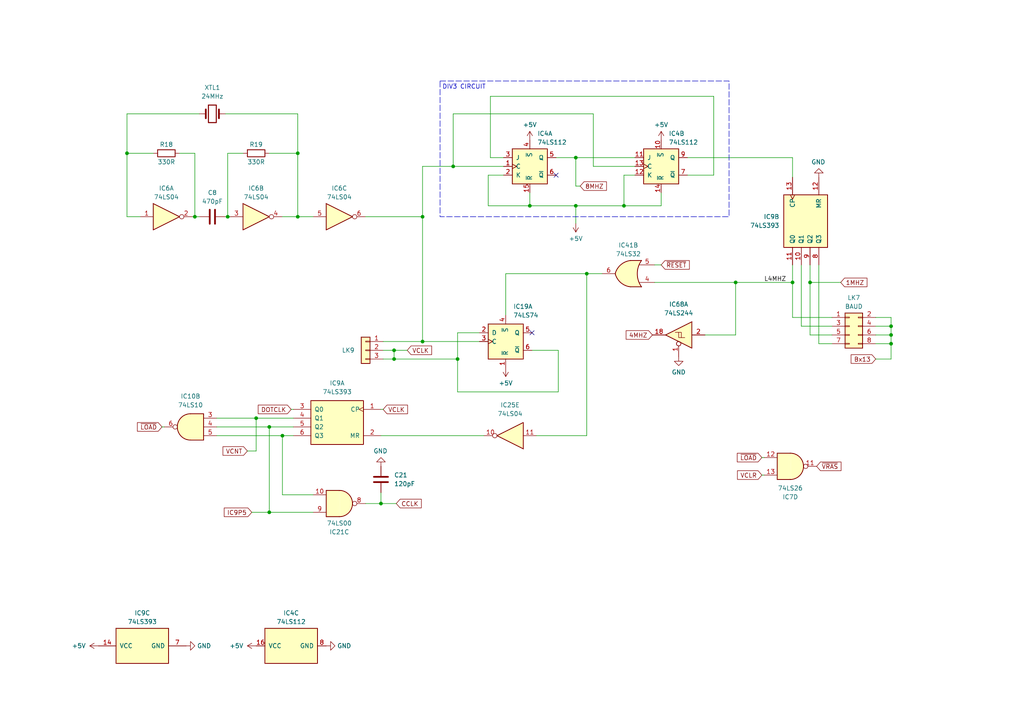
<source format=kicad_sch>
(kicad_sch (version 20230121) (generator eeschema)
  (paper "A4")
  (lib_symbols
    (symbol "74xx:74LS00" (pin_names (offset 1.016))
      (property "Reference" "U" (at 0 1.27 0))
      (property "Value" "74LS00" (at 0 -1.27 0))
      (symbol "74LS00_1_1"
        (pin input line (at -7.62 2.54 0) (length 3.81) (name "~") (number "1"))
        (pin input line (at -7.62 -2.54 0) (length 3.81) (name "~") (number "2"))
        (pin output inverted (at 7.62 0 180) (length 3.81) (name "~") (number "3"))
      )
      (symbol "74LS00_1_2"
        (pin input inverted (at -7.62 2.54 0) (length 4.318) (name "~") (number "1"))
        (pin input inverted (at -7.62 -2.54 0) (length 4.318) (name "~") (number "2"))
        (pin output line (at 7.62 0 180) (length 3.81) (name "~") (number "3"))
      )
      (symbol "74LS00_2_1"
        (pin input line (at -7.62 2.54 0) (length 3.81) (name "~") (number "4"))
        (pin input line (at -7.62 -2.54 0) (length 3.81) (name "~") (number "5"))
        (pin output inverted (at 7.62 0 180) (length 3.81) (name "~") (number "6"))
      )
      (symbol "74LS00_2_2"
        (pin input inverted (at -7.62 2.54 0) (length 4.318) (name "~") (number "4"))
        (pin input inverted (at -7.62 -2.54 0) (length 4.318) (name "~") (number "5"))
        (pin output line (at 7.62 0 180) (length 3.81) (name "~") (number "6"))
      )
      (symbol "74LS00_3_1"
        (pin input line (at -7.62 -2.54 0) (length 3.81) (name "~") (number "10"))
        (pin output inverted (at 7.62 0 180) (length 3.81) (name "~") (number "8"))
        (pin input line (at -7.62 2.54 0) (length 3.81) (name "~") (number "9"))
      )
      (symbol "74LS00_3_2"
        (pin input inverted (at -7.62 -2.54 0) (length 4.318) (name "~") (number "10"))
        (pin output line (at 7.62 0 180) (length 3.81) (name "~") (number "8"))
        (pin input inverted (at -7.62 2.54 0) (length 4.318) (name "~") (number "9"))
      )
      (symbol "74LS00_4_1"
        (pin output inverted (at 7.62 0 180) (length 3.81) (name "~") (number "11"))
        (pin input line (at -7.62 2.54 0) (length 3.81) (name "~") (number "12"))
        (pin input line (at -7.62 -2.54 0) (length 3.81) (name "~") (number "13"))
      )
      (symbol "74LS00_4_2"
        (pin output line (at 7.62 0 180) (length 3.81) (name "~") (number "11"))
        (pin input inverted (at -7.62 2.54 0) (length 4.318) (name "~") (number "12"))
        (pin input inverted (at -7.62 -2.54 0) (length 4.318) (name "~") (number "13"))
      )
      (symbol "74LS00_5_0"
        (pin power_in line (at 0 12.7 270) (length 5.08) (name "VCC") (number "14"))
        (pin power_in line (at 0 -12.7 90) (length 5.08) (name "GND") (number "7"))
      )
    )
    (symbol "74xx:74LS04"
      (property "Reference" "U" (at 0 1.27 0))
      (property "Value" "74LS04" (at 0 -1.27 0))
      (symbol "74LS04_1_0"
        (pin input line (at -7.62 0 0) (length 3.81) (name "~") (number "1"))
        (pin output inverted (at 7.62 0 180) (length 3.81) (name "~") (number "2"))
      )
      (symbol "74LS04_2_0"
        (pin input line (at -7.62 0 0) (length 3.81) (name "~") (number "3"))
        (pin output inverted (at 7.62 0 180) (length 3.81) (name "~") (number "4"))
      )
      (symbol "74LS04_3_0"
        (pin input line (at -7.62 0 0) (length 3.81) (name "~") (number "5"))
        (pin output inverted (at 7.62 0 180) (length 3.81) (name "~") (number "6"))
      )
      (symbol "74LS04_4_0"
        (pin output inverted (at 7.62 0 180) (length 3.81) (name "~") (number "8"))
        (pin input line (at -7.62 0 0) (length 3.81) (name "~") (number "9"))
      )
      (symbol "74LS04_5_0"
        (pin output inverted (at 7.62 0 180) (length 3.81) (name "~") (number "10"))
        (pin input line (at -7.62 0 0) (length 3.81) (name "~") (number "11"))
      )
      (symbol "74LS04_6_0"
        (pin output inverted (at 7.62 0 180) (length 3.81) (name "~") (number "12"))
        (pin input line (at -7.62 0 0) (length 3.81) (name "~") (number "13"))
      )
      (symbol "74LS04_7_0"
        (pin power_in line (at 0 12.7 270) (length 5.08) (name "VCC") (number "14"))
        (pin power_in line (at 0 -12.7 90) (length 5.08) (name "GND") (number "7"))
      )
    )
    (symbol "74xx:74LS10" (pin_names (offset 1.016))
      (property "Reference" "U" (at 0 1.27 0))
      (property "Value" "74LS10" (at 0 -1.27 0))
      (symbol "74LS10_1_1"
        (pin input line (at -7.62 2.54 0) (length 3.81) (name "~") (number "1"))
        (pin output inverted (at 7.62 0 180) (length 3.81) (name "~") (number "12"))
        (pin input line (at -7.62 -2.54 0) (length 3.81) (name "~") (number "13"))
        (pin input line (at -7.62 0 0) (length 3.81) (name "~") (number "2"))
      )
      (symbol "74LS10_1_2"
        (pin input inverted (at -7.62 2.54 0) (length 4.318) (name "~") (number "1"))
        (pin output line (at 7.62 0 180) (length 3.81) (name "~") (number "12"))
        (pin input inverted (at -7.62 -2.54 0) (length 4.318) (name "~") (number "13"))
        (pin input inverted (at -7.62 0 0) (length 4.953) (name "~") (number "2"))
      )
      (symbol "74LS10_2_1"
        (pin input line (at -7.62 2.54 0) (length 3.81) (name "~") (number "3"))
        (pin input line (at -7.62 0 0) (length 3.81) (name "~") (number "4"))
        (pin input line (at -7.62 -2.54 0) (length 3.81) (name "~") (number "5"))
        (pin output inverted (at 7.62 0 180) (length 3.81) (name "~") (number "6"))
      )
      (symbol "74LS10_2_2"
        (pin input inverted (at -7.62 2.54 0) (length 4.318) (name "~") (number "3"))
        (pin input inverted (at -7.62 0 0) (length 4.953) (name "~") (number "4"))
        (pin input inverted (at -7.62 -2.54 0) (length 4.318) (name "~") (number "5"))
        (pin output line (at 7.62 0 180) (length 3.81) (name "~") (number "6"))
      )
      (symbol "74LS10_3_1"
        (pin input line (at -7.62 0 0) (length 3.81) (name "~") (number "10"))
        (pin input line (at -7.62 -2.54 0) (length 3.81) (name "~") (number "11"))
        (pin output inverted (at 7.62 0 180) (length 3.81) (name "~") (number "8"))
        (pin input line (at -7.62 2.54 0) (length 3.81) (name "~") (number "9"))
      )
      (symbol "74LS10_3_2"
        (pin input inverted (at -7.62 0 0) (length 4.953) (name "~") (number "10"))
        (pin input inverted (at -7.62 -2.54 0) (length 4.318) (name "~") (number "11"))
        (pin output line (at 7.62 0 180) (length 3.81) (name "~") (number "8"))
        (pin input inverted (at -7.62 2.54 0) (length 4.318) (name "~") (number "9"))
      )
      (symbol "74LS10_4_0"
        (pin power_in line (at 0 12.7 270) (length 5.08) (name "VCC") (number "14"))
        (pin power_in line (at 0 -12.7 90) (length 5.08) (name "GND") (number "7"))
      )
    )
    (symbol "74xx:74LS112" (pin_names (offset 1.016))
      (property "Reference" "U" (at -7.62 8.89 0))
      (property "Value" "74LS112" (at -7.62 -8.89 0))
      (symbol "74LS112_1_0"
        (pin input clock (at -7.62 0 0) (length 2.54) (name "C") (number "1"))
        (pin input line (at 0 -7.62 90) (length 2.54) (name "~{R}") (number "15"))
        (pin input line (at -7.62 -2.54 0) (length 2.54) (name "K") (number "2"))
        (pin input line (at -7.62 2.54 0) (length 2.54) (name "J") (number "3"))
        (pin input line (at 0 7.62 270) (length 2.54) (name "~{S}") (number "4"))
        (pin output line (at 7.62 2.54 180) (length 2.54) (name "Q") (number "5"))
        (pin output line (at 7.62 -2.54 180) (length 2.54) (name "~{Q}") (number "6"))
      )
      (symbol "74LS112_2_0"
        (pin input line (at 0 7.62 270) (length 2.54) (name "~{S}") (number "10"))
        (pin input line (at -7.62 2.54 0) (length 2.54) (name "J") (number "11"))
        (pin input line (at -7.62 -2.54 0) (length 2.54) (name "K") (number "12"))
        (pin input clock (at -7.62 0 0) (length 2.54) (name "C") (number "13"))
        (pin input line (at 0 -7.62 90) (length 2.54) (name "~{R}") (number "14"))
        (pin output line (at 7.62 -2.54 180) (length 2.54) (name "~{Q}") (number "7"))
        (pin output line (at 7.62 2.54 180) (length 2.54) (name "Q") (number "9"))
      )
      (symbol "74LS112_3_0"
        (pin power_in line (at 0 10.16 270) (length 2.54) (name "VCC") (number "16"))
        (pin power_in line (at 0 -10.16 90) (length 2.54) (name "GND") (number "8"))
      )
    )
    (symbol "74xx:74LS244_Split"
      (property "Reference" "U" (at 0 1.27 0))
      (property "Value" "74LS244_Split" (at 0 -1.27 0))
      (symbol "74LS244_Split_1_0"
        (pin input inverted (at 0 -6.35 90) (length 4.445) (name "~") (number "1"))
        (pin tri_state line (at 7.62 0 180) (length 3.81) (name "~") (number "18"))
        (pin input line (at -7.62 0 0) (length 3.81) (name "~") (number "2"))
      )
      (symbol "74LS244_Split_2_0"
        (pin tri_state line (at 7.62 0 180) (length 3.81) (name "~") (number "16"))
        (pin input line (at -7.62 0 0) (length 3.81) (name "~") (number "4"))
      )
      (symbol "74LS244_Split_3_0"
        (pin tri_state line (at 7.62 0 180) (length 3.81) (name "~") (number "14"))
        (pin input line (at -7.62 0 0) (length 3.81) (name "~") (number "6"))
      )
      (symbol "74LS244_Split_4_0"
        (pin tri_state line (at 7.62 0 180) (length 3.81) (name "~") (number "12"))
        (pin input line (at -7.62 0 0) (length 3.81) (name "~") (number "8"))
      )
      (symbol "74LS244_Split_5_0"
        (pin input line (at -7.62 0 0) (length 3.81) (name "~") (number "11"))
        (pin input inverted (at 0 -6.35 90) (length 4.445) (name "~") (number "19"))
        (pin tri_state line (at 7.62 0 180) (length 3.81) (name "~") (number "9"))
      )
      (symbol "74LS244_Split_6_0"
        (pin input line (at -7.62 0 0) (length 3.81) (name "~") (number "13"))
        (pin tri_state line (at 7.62 0 180) (length 3.81) (name "~") (number "7"))
      )
      (symbol "74LS244_Split_7_0"
        (pin input line (at -7.62 0 0) (length 3.81) (name "~") (number "15"))
        (pin tri_state line (at 7.62 0 180) (length 3.81) (name "~") (number "5"))
      )
      (symbol "74LS244_Split_8_0"
        (pin input line (at -7.62 0 0) (length 3.81) (name "~") (number "17"))
        (pin tri_state line (at 7.62 0 180) (length 3.81) (name "~") (number "3"))
      )
      (symbol "74LS244_Split_9_0"
        (pin power_in line (at 0 -12.7 90) (length 5.08) (name "GND") (number "10"))
        (pin power_in line (at 0 12.7 270) (length 5.08) (name "VCC") (number "20"))
      )
    )
    (symbol "74xx:74LS26" (pin_names (offset 1.016))
      (property "Reference" "U" (at 0 1.27 0))
      (property "Value" "74LS26" (at 0 -1.27 0))
      (symbol "74LS26_1_1"
        (pin input line (at -7.62 2.54 0) (length 3.81) (name "~") (number "1"))
        (pin input line (at -7.62 -2.54 0) (length 3.81) (name "~") (number "2"))
        (pin open_collector inverted (at 7.62 0 180) (length 3.81) (name "~") (number "3"))
      )
      (symbol "74LS26_1_2"
        (pin input inverted (at -7.62 2.54 0) (length 4.318) (name "~") (number "1"))
        (pin input inverted (at -7.62 -2.54 0) (length 4.318) (name "~") (number "2"))
        (pin open_collector line (at 7.62 0 180) (length 3.81) (name "~") (number "3"))
      )
      (symbol "74LS26_2_1"
        (pin input line (at -7.62 2.54 0) (length 3.81) (name "~") (number "4"))
        (pin input line (at -7.62 -2.54 0) (length 3.81) (name "~") (number "5"))
        (pin open_collector inverted (at 7.62 0 180) (length 3.81) (name "~") (number "6"))
      )
      (symbol "74LS26_2_2"
        (pin input inverted (at -7.62 2.54 0) (length 4.318) (name "~") (number "4"))
        (pin input inverted (at -7.62 -2.54 0) (length 4.318) (name "~") (number "5"))
        (pin open_collector line (at 7.62 0 180) (length 3.81) (name "~") (number "6"))
      )
      (symbol "74LS26_3_1"
        (pin input line (at -7.62 -2.54 0) (length 3.81) (name "~") (number "10"))
        (pin open_collector inverted (at 7.62 0 180) (length 3.81) (name "~") (number "8"))
        (pin input line (at -7.62 2.54 0) (length 3.81) (name "~") (number "9"))
      )
      (symbol "74LS26_3_2"
        (pin input inverted (at -7.62 -2.54 0) (length 4.318) (name "~") (number "10"))
        (pin open_collector line (at 7.62 0 180) (length 3.81) (name "~") (number "8"))
        (pin input inverted (at -7.62 2.54 0) (length 4.318) (name "~") (number "9"))
      )
      (symbol "74LS26_4_1"
        (pin open_collector inverted (at 7.62 0 180) (length 3.81) (name "~") (number "11"))
        (pin input line (at -7.62 2.54 0) (length 3.81) (name "~") (number "12"))
        (pin input line (at -7.62 -2.54 0) (length 3.81) (name "~") (number "13"))
      )
      (symbol "74LS26_4_2"
        (pin open_collector line (at 7.62 0 180) (length 3.81) (name "~") (number "11"))
        (pin input inverted (at -7.62 2.54 0) (length 4.318) (name "~") (number "12"))
        (pin input inverted (at -7.62 -2.54 0) (length 4.318) (name "~") (number "13"))
      )
      (symbol "74LS26_5_0"
        (pin power_in line (at 0 12.7 270) (length 5.08) (name "VCC") (number "14"))
        (pin power_in line (at 0 -12.7 90) (length 5.08) (name "GND") (number "7"))
      )
    )
    (symbol "74xx:74LS32" (pin_names (offset 1.016))
      (property "Reference" "U" (at 0 1.27 0))
      (property "Value" "74LS32" (at 0 -1.27 0))
      (symbol "74LS32_1_1"
        (pin input line (at -7.62 2.54 0) (length 4.318) (name "~") (number "1"))
        (pin input line (at -7.62 -2.54 0) (length 4.318) (name "~") (number "2"))
        (pin output line (at 7.62 0 180) (length 3.81) (name "~") (number "3"))
      )
      (symbol "74LS32_1_2"
        (pin input inverted (at -7.62 2.54 0) (length 3.81) (name "~") (number "1"))
        (pin input inverted (at -7.62 -2.54 0) (length 3.81) (name "~") (number "2"))
        (pin output inverted (at 7.62 0 180) (length 3.81) (name "~") (number "3"))
      )
      (symbol "74LS32_2_1"
        (pin input line (at -7.62 2.54 0) (length 4.318) (name "~") (number "4"))
        (pin input line (at -7.62 -2.54 0) (length 4.318) (name "~") (number "5"))
        (pin output line (at 7.62 0 180) (length 3.81) (name "~") (number "6"))
      )
      (symbol "74LS32_2_2"
        (pin input inverted (at -7.62 2.54 0) (length 3.81) (name "~") (number "4"))
        (pin input inverted (at -7.62 -2.54 0) (length 3.81) (name "~") (number "5"))
        (pin output inverted (at 7.62 0 180) (length 3.81) (name "~") (number "6"))
      )
      (symbol "74LS32_3_1"
        (pin input line (at -7.62 -2.54 0) (length 4.318) (name "~") (number "10"))
        (pin output line (at 7.62 0 180) (length 3.81) (name "~") (number "8"))
        (pin input line (at -7.62 2.54 0) (length 4.318) (name "~") (number "9"))
      )
      (symbol "74LS32_3_2"
        (pin input inverted (at -7.62 -2.54 0) (length 3.81) (name "~") (number "10"))
        (pin output inverted (at 7.62 0 180) (length 3.81) (name "~") (number "8"))
        (pin input inverted (at -7.62 2.54 0) (length 3.81) (name "~") (number "9"))
      )
      (symbol "74LS32_4_1"
        (pin output line (at 7.62 0 180) (length 3.81) (name "~") (number "11"))
        (pin input line (at -7.62 2.54 0) (length 4.318) (name "~") (number "12"))
        (pin input line (at -7.62 -2.54 0) (length 4.318) (name "~") (number "13"))
      )
      (symbol "74LS32_4_2"
        (pin output inverted (at 7.62 0 180) (length 3.81) (name "~") (number "11"))
        (pin input inverted (at -7.62 2.54 0) (length 3.81) (name "~") (number "12"))
        (pin input inverted (at -7.62 -2.54 0) (length 3.81) (name "~") (number "13"))
      )
      (symbol "74LS32_5_0"
        (pin power_in line (at 0 12.7 270) (length 5.08) (name "VCC") (number "14"))
        (pin power_in line (at 0 -12.7 90) (length 5.08) (name "GND") (number "7"))
      )
    )
    (symbol "74xx:74LS393" (pin_names (offset 1.016))
      (property "Reference" "U" (at -7.62 8.89 0))
      (property "Value" "74LS393" (at -7.62 -8.89 0))
      (symbol "74LS393_1_0"
        (pin input clock (at -12.7 2.54 0) (length 5.08) (name "CP") (number "1"))
        (pin input line (at -12.7 -5.08 0) (length 5.08) (name "MR") (number "2"))
        (pin output line (at 12.7 2.54 180) (length 5.08) (name "Q0") (number "3"))
        (pin output line (at 12.7 0 180) (length 5.08) (name "Q1") (number "4"))
        (pin output line (at 12.7 -2.54 180) (length 5.08) (name "Q2") (number "5"))
        (pin output line (at 12.7 -5.08 180) (length 5.08) (name "Q3") (number "6"))
      )
      (symbol "74LS393_2_0"
        (pin output line (at 12.7 0 180) (length 5.08) (name "Q1") (number "10"))
        (pin output line (at 12.7 2.54 180) (length 5.08) (name "Q0") (number "11"))
        (pin input line (at -12.7 -5.08 0) (length 5.08) (name "MR") (number "12"))
        (pin input clock (at -12.7 2.54 0) (length 5.08) (name "CP") (number "13"))
        (pin output line (at 12.7 -5.08 180) (length 5.08) (name "Q3") (number "8"))
        (pin output line (at 12.7 -2.54 180) (length 5.08) (name "Q2") (number "9"))
      )
      (symbol "74LS393_3_0"
        (pin power_in line (at 0 12.7 270) (length 5.08) (name "VCC") (number "14"))
        (pin power_in line (at 0 -12.7 90) (length 5.08) (name "GND") (number "7"))
      )
    )
    (symbol "74xx:74LS74" (pin_names (offset 1.016))
      (property "Reference" "U" (at -7.62 8.89 0))
      (property "Value" "74LS74" (at -7.62 -8.89 0))
      (symbol "74LS74_1_0"
        (pin input line (at 0 -7.62 90) (length 2.54) (name "~{R}") (number "1"))
        (pin input line (at -7.62 2.54 0) (length 2.54) (name "D") (number "2"))
        (pin input clock (at -7.62 0 0) (length 2.54) (name "C") (number "3"))
        (pin input line (at 0 7.62 270) (length 2.54) (name "~{S}") (number "4"))
        (pin output line (at 7.62 2.54 180) (length 2.54) (name "Q") (number "5"))
        (pin output line (at 7.62 -2.54 180) (length 2.54) (name "~{Q}") (number "6"))
      )
      (symbol "74LS74_2_0"
        (pin input line (at 0 7.62 270) (length 2.54) (name "~{S}") (number "10"))
        (pin input clock (at -7.62 0 0) (length 2.54) (name "C") (number "11"))
        (pin input line (at -7.62 2.54 0) (length 2.54) (name "D") (number "12"))
        (pin input line (at 0 -7.62 90) (length 2.54) (name "~{R}") (number "13"))
        (pin output line (at 7.62 -2.54 180) (length 2.54) (name "~{Q}") (number "8"))
        (pin output line (at 7.62 2.54 180) (length 2.54) (name "Q") (number "9"))
      )
      (symbol "74LS74_3_0"
        (pin power_in line (at 0 10.16 270) (length 2.54) (name "VCC") (number "14"))
        (pin power_in line (at 0 -10.16 90) (length 2.54) (name "GND") (number "7"))
      )
    )
    (symbol "Connector_Generic:Conn_01x03" (pin_names (offset 1.016) hide)
      (property "Reference" "J" (at 0 5.08 0))
      (property "Value" "Conn_01x03" (at 0 -5.08 0))
      (symbol "Conn_01x03_1_1"
        (pin passive line (at -5.08 2.54 0) (length 3.81) (name "Pin_1") (number "1"))
        (pin passive line (at -5.08 0 0) (length 3.81) (name "Pin_2") (number "2"))
        (pin passive line (at -5.08 -2.54 0) (length 3.81) (name "Pin_3") (number "3"))
      )
    )
    (symbol "Connector_Generic:Conn_02x04_Odd_Even" (pin_names (offset 1.016) hide)
      (property "Reference" "J" (at 1.27 5.08 0))
      (property "Value" "Conn_02x04_Odd_Even" (at 1.27 -7.62 0))
      (symbol "Conn_02x04_Odd_Even_1_1"
        (pin passive line (at -5.08 2.54 0) (length 3.81) (name "Pin_1") (number "1"))
        (pin passive line (at 7.62 2.54 180) (length 3.81) (name "Pin_2") (number "2"))
        (pin passive line (at -5.08 0 0) (length 3.81) (name "Pin_3") (number "3"))
        (pin passive line (at 7.62 0 180) (length 3.81) (name "Pin_4") (number "4"))
        (pin passive line (at -5.08 -2.54 0) (length 3.81) (name "Pin_5") (number "5"))
        (pin passive line (at 7.62 -2.54 180) (length 3.81) (name "Pin_6") (number "6"))
        (pin passive line (at -5.08 -5.08 0) (length 3.81) (name "Pin_7") (number "7"))
        (pin passive line (at 7.62 -5.08 180) (length 3.81) (name "Pin_8") (number "8"))
      )
    )
    (symbol "Device:C" (pin_numbers hide) (pin_names (offset 0.254))
      (property "Reference" "C" (at 0.635 2.54 0))
      (property "Value" "C" (at 0.635 -2.54 0))
      (symbol "C_1_1"
        (pin passive line (at 0 3.81 270) (length 2.794) (name "~") (number "1"))
        (pin passive line (at 0 -3.81 90) (length 2.794) (name "~") (number "2"))
      )
    )
    (symbol "Device:Crystal" (pin_numbers hide) (pin_names (offset 1.016) hide)
      (property "Reference" "Y" (at 0 3.81 0))
      (property "Value" "Crystal" (at 0 -3.81 0))
      (symbol "Crystal_1_1"
        (pin passive line (at -3.81 0 0) (length 1.27) (name "1") (number "1"))
        (pin passive line (at 3.81 0 180) (length 1.27) (name "2") (number "2"))
      )
    )
    (symbol "Device:R" (pin_numbers hide) (pin_names (offset 0))
      (property "Reference" "R" (at 2.032 0 90))
      (property "Value" "R" (at 0 0 90))
      (symbol "R_1_1"
        (pin passive line (at 0 3.81 270) (length 1.27) (name "~") (number "1"))
        (pin passive line (at 0 -3.81 90) (length 1.27) (name "~") (number "2"))
      )
    )
    (symbol "power:+5V" (power) (pin_names (offset 0))
      (property "Value" "+5V" (at 0 3.556 0))
      (symbol "+5V_1_1"
        (pin power_in line (at 0 0 90) (length 0) hide (name "+5V") (number "1"))
      )
    )
    (symbol "power:GND" (power) (pin_names (offset 0))
      (property "Value" "GND" (at 0 -3.81 0))
      (symbol "GND_1_1"
        (pin power_in line (at 0 0 270) (length 0) hide (name "GND") (number "1"))
      )
    )
  )
  (junction (at 229.87 81.915))
  (junction (at 110.49 146.05))
  (junction (at 213.36 81.915))
  (junction (at 167.005 59.69))
  (junction (at 114.3 101.6))
  (junction (at 180.975 59.69))
  (junction (at 78.105 148.59))
  (junction (at 167.005 45.72))
  (junction (at 132.715 104.14))
  (junction (at 114.3 104.14))
  (junction (at 66.04 62.865))
  (junction (at 258.445 94.615))
  (junction (at 234.95 81.915))
  (junction (at 170.18 79.375))
  (junction (at 122.555 62.865))
  (junction (at 36.83 44.45))
  (junction (at 81.915 126.365))
  (junction (at 258.445 97.155))
  (junction (at 78.105 123.825))
  (junction (at 74.295 121.285))
  (junction (at 131.445 48.26))
  (junction (at 258.445 99.695))
  (junction (at 122.555 99.06))
  (junction (at 153.67 59.69))
  (junction (at 86.36 44.45))
  (junction (at 86.36 62.865))
  (junction (at 56.515 62.865))
  (no_connect (at 154.305 96.52))
  (no_connect (at 161.29 50.8))
  (wire (pts (xy 167.005 45.72) (xy 184.15 45.72)))
  (wire (pts (xy 78.105 123.825) (xy 85.09 123.825)))
  (wire (pts (xy 141.605 59.69) (xy 153.67 59.69)))
  (wire (pts (xy 213.36 97.155) (xy 213.36 81.915)))
  (wire (pts (xy 142.24 27.94) (xy 207.01 27.94)))
  (wire (pts (xy 52.07 44.45) (xy 56.515 44.45)))
  (wire (pts (xy 254 97.155) (xy 258.445 97.155)))
  (wire (pts (xy 237.49 76.835) (xy 237.49 99.695)))
  (wire (pts (xy 132.715 96.52) (xy 139.065 96.52)))
  (wire (pts (xy 146.05 48.26) (xy 131.445 48.26)))
  (wire (pts (xy 114.3 101.6) (xy 118.11 101.6)))
  (wire (pts (xy 90.805 62.865) (xy 86.36 62.865)))
  (wire (pts (xy 229.87 81.915) (xy 229.87 92.075)))
  (wire (pts (xy 172.085 33.02) (xy 172.085 48.26)))
  (wire (pts (xy 78.105 148.59) (xy 78.105 123.825)))
  (wire (pts (xy 234.95 81.915) (xy 234.95 97.155)))
  (wire (pts (xy 56.515 44.45) (xy 56.515 62.865)))
  (wire (pts (xy 229.87 45.72) (xy 229.87 51.435)))
  (wire (pts (xy 131.445 48.26) (xy 131.445 33.02)))
  (wire (pts (xy 71.755 130.81) (xy 74.295 130.81)))
  (wire (pts (xy 167.005 59.69) (xy 167.005 64.77)))
  (wire (pts (xy 237.49 99.695) (xy 241.3 99.695)))
  (wire (pts (xy 122.555 99.06) (xy 111.125 99.06)))
  (wire (pts (xy 70.485 44.45) (xy 66.04 44.45)))
  (wire (pts (xy 170.18 79.375) (xy 174.625 79.375)))
  (wire (pts (xy 62.865 126.365) (xy 81.915 126.365)))
  (wire (pts (xy 78.105 44.45) (xy 86.36 44.45)))
  (wire (pts (xy 122.555 62.865) (xy 106.045 62.865)))
  (wire (pts (xy 155.575 126.365) (xy 170.18 126.365)))
  (wire (pts (xy 153.67 55.88) (xy 153.67 59.69)))
  (wire (pts (xy 180.975 50.8) (xy 180.975 59.69)))
  (wire (pts (xy 254 94.615) (xy 258.445 94.615)))
  (wire (pts (xy 141.605 50.8) (xy 141.605 59.69)))
  (wire (pts (xy 110.49 126.365) (xy 140.335 126.365)))
  (wire (pts (xy 234.95 76.835) (xy 234.95 81.915)))
  (wire (pts (xy 161.925 113.665) (xy 161.925 101.6)))
  (wire (pts (xy 132.715 96.52) (xy 132.715 104.14)))
  (wire (pts (xy 161.29 45.72) (xy 167.005 45.72)))
  (wire (pts (xy 86.36 33.02) (xy 65.405 33.02)))
  (wire (pts (xy 161.925 101.6) (xy 154.305 101.6)))
  (wire (pts (xy 232.41 76.835) (xy 232.41 94.615)))
  (wire (pts (xy 36.83 44.45) (xy 36.83 33.02)))
  (wire (pts (xy 229.87 92.075) (xy 241.3 92.075)))
  (wire (pts (xy 172.085 48.26) (xy 184.15 48.26)))
  (wire (pts (xy 189.865 76.835) (xy 191.77 76.835)))
  (wire (pts (xy 168.275 53.975) (xy 167.005 53.975)))
  (wire (pts (xy 142.24 45.72) (xy 142.24 27.94)))
  (wire (pts (xy 84.455 118.745) (xy 85.09 118.745)))
  (wire (pts (xy 122.555 62.865) (xy 122.555 99.06)))
  (wire (pts (xy 258.445 92.075) (xy 258.445 94.615)))
  (wire (pts (xy 36.83 33.02) (xy 57.785 33.02)))
  (wire (pts (xy 81.915 143.51) (xy 81.915 126.365)))
  (wire (pts (xy 254 92.075) (xy 258.445 92.075)))
  (wire (pts (xy 86.36 62.865) (xy 86.36 44.45)))
  (wire (pts (xy 229.87 81.915) (xy 213.36 81.915)))
  (wire (pts (xy 110.49 146.05) (xy 106.045 146.05)))
  (wire (pts (xy 111.125 118.745) (xy 110.49 118.745)))
  (wire (pts (xy 153.67 59.69) (xy 167.005 59.69)))
  (wire (pts (xy 254 104.14) (xy 258.445 104.14)))
  (wire (pts (xy 111.125 101.6) (xy 114.3 101.6)))
  (wire (pts (xy 191.77 59.69) (xy 191.77 55.88)))
  (wire (pts (xy 122.555 48.26) (xy 122.555 62.865)))
  (wire (pts (xy 86.36 44.45) (xy 86.36 33.02)))
  (wire (pts (xy 220.98 132.715) (xy 221.615 132.715)))
  (wire (pts (xy 229.87 76.835) (xy 229.87 81.915)))
  (wire (pts (xy 114.3 101.6) (xy 114.3 104.14)))
  (wire (pts (xy 90.805 148.59) (xy 78.105 148.59)))
  (wire (pts (xy 220.98 137.795) (xy 221.615 137.795)))
  (wire (pts (xy 207.01 27.94) (xy 207.01 50.8)))
  (wire (pts (xy 46.99 123.825) (xy 47.625 123.825)))
  (wire (pts (xy 131.445 33.02) (xy 172.085 33.02)))
  (wire (pts (xy 204.47 97.155) (xy 213.36 97.155)))
  (wire (pts (xy 207.01 50.8) (xy 199.39 50.8)))
  (wire (pts (xy 170.18 126.365) (xy 170.18 79.375)))
  (wire (pts (xy 66.04 62.865) (xy 65.405 62.865)))
  (wire (pts (xy 234.95 81.915) (xy 243.84 81.915)))
  (wire (pts (xy 132.715 104.14) (xy 132.715 113.665)))
  (wire (pts (xy 66.675 62.865) (xy 66.04 62.865)))
  (wire (pts (xy 146.685 79.375) (xy 170.18 79.375)))
  (wire (pts (xy 36.83 44.45) (xy 44.45 44.45)))
  (wire (pts (xy 114.3 104.14) (xy 132.715 104.14)))
  (wire (pts (xy 81.915 62.865) (xy 86.36 62.865)))
  (wire (pts (xy 81.915 126.365) (xy 85.09 126.365)))
  (wire (pts (xy 132.715 113.665) (xy 161.925 113.665)))
  (wire (pts (xy 56.515 62.865) (xy 57.785 62.865)))
  (wire (pts (xy 146.05 45.72) (xy 142.24 45.72)))
  (wire (pts (xy 40.64 62.865) (xy 36.83 62.865)))
  (wire (pts (xy 184.15 50.8) (xy 180.975 50.8)))
  (wire (pts (xy 232.41 94.615) (xy 241.3 94.615)))
  (wire (pts (xy 234.95 97.155) (xy 241.3 97.155)))
  (wire (pts (xy 167.005 59.69) (xy 180.975 59.69)))
  (wire (pts (xy 258.445 99.695) (xy 258.445 104.14)))
  (wire (pts (xy 258.445 97.155) (xy 258.445 99.695)))
  (wire (pts (xy 180.975 59.69) (xy 191.77 59.69)))
  (wire (pts (xy 74.295 130.81) (xy 74.295 121.285)))
  (wire (pts (xy 213.36 81.915) (xy 189.865 81.915)))
  (wire (pts (xy 36.83 62.865) (xy 36.83 44.45)))
  (wire (pts (xy 62.865 121.285) (xy 74.295 121.285)))
  (wire (pts (xy 146.05 50.8) (xy 141.605 50.8)))
  (wire (pts (xy 110.49 142.875) (xy 110.49 146.05)))
  (wire (pts (xy 74.295 121.285) (xy 85.09 121.285)))
  (wire (pts (xy 146.685 79.375) (xy 146.685 91.44)))
  (wire (pts (xy 66.04 44.45) (xy 66.04 62.865)))
  (wire (pts (xy 199.39 45.72) (xy 229.87 45.72)))
  (wire (pts (xy 55.88 62.865) (xy 56.515 62.865)))
  (wire (pts (xy 131.445 48.26) (xy 122.555 48.26)))
  (wire (pts (xy 167.005 53.975) (xy 167.005 45.72)))
  (wire (pts (xy 62.865 123.825) (xy 78.105 123.825)))
  (wire (pts (xy 254 99.695) (xy 258.445 99.695)))
  (wire (pts (xy 73.025 148.59) (xy 78.105 148.59)))
  (wire (pts (xy 90.805 143.51) (xy 81.915 143.51)))
  (wire (pts (xy 111.125 104.14) (xy 114.3 104.14)))
  (wire (pts (xy 122.555 99.06) (xy 139.065 99.06)))
  (wire (pts (xy 258.445 94.615) (xy 258.445 97.155)))
  (wire (pts (xy 114.935 146.05) (xy 110.49 146.05)))
  (rectangle (start 127.635 23.495) (end 211.455 62.865) (stroke (width 0) (type dash)))
  (text "DIV3 CIRCUIT" (at 128.27 26.035 0) (effects (font (size 1.27 1.27)) (justify left bottom)))
  (label "L4MHZ" (at 221.615 81.915 0))
  (global_label "~{RESET}" (shape input) (at 191.77 76.835 0) (property "Intersheetrefs" "${INTERSHEET_REFS}" (effects hide)))
  (global_label "4MHZ" (shape input) (at 189.23 97.155 180) (property "Intersheetrefs" "${INTERSHEET_REFS}" (effects hide)))
  (global_label "1MHZ" (shape input) (at 243.84 81.915 0) (property "Intersheetrefs" "${INTERSHEET_REFS}" (effects hide)))
  (global_label "DOTCLK" (shape input) (at 84.455 118.745 180) (property "Intersheetrefs" "${INTERSHEET_REFS}" (effects hide)))
  (global_label "VCLK" (shape input) (at 118.11 101.6 0) (property "Intersheetrefs" "${INTERSHEET_REFS}" (effects hide)))
  (global_label "VCLR" (shape input) (at 220.98 137.795 180) (property "Intersheetrefs" "${INTERSHEET_REFS}" (effects hide)))
  (global_label "VCLK" (shape input) (at 111.125 118.745 0) (property "Intersheetrefs" "${INTERSHEET_REFS}" (effects hide)))
  (global_label "Bx13" (shape input) (at 254 104.14 180) (property "Intersheetrefs" "${INTERSHEET_REFS}" (effects hide)))
  (global_label "~{LOAD}" (shape input) (at 46.99 123.825 180) (property "Intersheetrefs" "${INTERSHEET_REFS}" (effects hide)))
  (global_label "~{LOAD}" (shape input) (at 220.98 132.715 180) (property "Intersheetrefs" "${INTERSHEET_REFS}" (effects hide)))
  (global_label "~{VRAS}" (shape input) (at 236.855 135.255 0) (property "Intersheetrefs" "${INTERSHEET_REFS}" (effects hide)))
  (global_label "8MHZ" (shape input) (at 168.275 53.975 0) (property "Intersheetrefs" "${INTERSHEET_REFS}" (effects hide)))
  (global_label "CCLK" (shape input) (at 114.935 146.05 0) (property "Intersheetrefs" "${INTERSHEET_REFS}" (effects hide)))
  (global_label "VCNT" (shape input) (at 71.755 130.81 180) (property "Intersheetrefs" "${INTERSHEET_REFS}" (effects hide)))
  (global_label "IC9P5" (shape input) (at 73.025 148.59 180) (property "Intersheetrefs" "${INTERSHEET_REFS}" (effects hide)))
  (symbol (lib_id "74xx:74LS04") (at 98.425 62.865 0) (unit 3)
    (property "Reference" "IC6" (at 98.425 54.61 0))
    (property "Value" "74LS04" (at 98.425 57.15 0))
    (property "Footprint" "96K-Lynx:DIP-14_W7.62mm" (effects hide))
    (property "Datasheet" "http://www.ti.com/lit/gpn/sn74LS04" (effects hide))
  )
  (symbol (lib_id "power:GND") (at 94.615 187.325 90) (mirror x) (unit 1)
    (property "Reference" "#PWR090" (effects hide))
    (property "Value" "GND" (at 97.79 187.325 90) (effects (justify right)))
    (instances (project "lynx96" (path "" (reference "#PWR090") (unit 1)) (path "" (reference "#PWR0191") (unit 1)) (path "" (reference "#PWR0215") (unit 1))) (project "lynx128" (path "" (reference "#PWR040") (unit 1)) (path "" (reference "#PWR0203") (unit 1)) (path "" (reference "#PWR051") (unit 1)) (path "" (reference "#PWR087") (unit 1)) (path "" (reference "#PWR0117") (unit 1)) (path "" (reference "#PWR0182") (unit 1)) (path "" (reference "#PWR0228") (unit 1))))
  )
  (symbol (lib_id "Device:Crystal") (at 61.595 33.02 0) (unit 1)
    (property "Reference" "XTL1" (at 61.595 25.4 0))
    (property "Value" "24MHz" (at 61.595 27.94 0))
    (property "Footprint" "96K-Lynx:Resistor 5.08mm" (effects hide))
    (instances (project "lynx96" (path "" (reference "XTL1") (unit 1))) (project "lynx128" (path "" (reference "XL1") (unit 1))))
  )
  (symbol (lib_id "74xx:74LS244_Split") (at 196.85 97.155 0) (mirror y) (unit 1)
    (property "Reference" "IC68" (at 196.85 88.265 0))
    (property "Value" "74LS244" (at 196.85 90.805 0))
    (property "Footprint" "96K-Lynx:DIP-20_W7.62mm" (effects hide))
    (property "Datasheet" "http://www.ti.com/lit/ds/symlink/sn74ls241.pdf" (effects hide))
  )
  (symbol (lib_id "power:+5V") (at 167.005 64.77 180) (unit 1)
    (property "Reference" "#PWR069" (effects hide))
    (property "Value" "+5V" (at 167.005 69.215 0))
    (instances (project "lynx96" (path "" (reference "#PWR069") (unit 1)) (path "" (reference "#PWR0129") (unit 1)) (path "" (reference "#PWR0131") (unit 1)) (path "" (reference "#PWR0219") (unit 1))) (project "lynx128" (path "" (reference "#PWR015") (unit 1)) (path "" (reference "#PWR084") (unit 1))))
  )
  (symbol (lib_id "power:+5V") (at 191.77 40.64 0) (unit 1)
    (property "Reference" "#PWR069" (effects hide))
    (property "Value" "+5V" (at 191.77 36.195 0))
    (instances (project "lynx96" (path "" (reference "#PWR069") (unit 1)) (path "" (reference "#PWR0120") (unit 1)) (path "" (reference "#PWR0218") (unit 1))) (project "lynx128" (path "" (reference "#PWR015") (unit 1)) (path "" (reference "#PWR084") (unit 1))))
  )
  (symbol (lib_id "74xx:74LS00") (at 98.425 146.05 0) (mirror x) (unit 3)
    (property "Reference" "IC21" (at 98.4167 154.305 0))
    (property "Value" "74LS00" (at 98.4167 151.765 0))
    (property "Footprint" "96K-Lynx:DIP-14_W7.62mm" (effects hide))
    (property "Datasheet" "http://www.ti.com/lit/gpn/sn74ls00" (effects hide))
  )
  (symbol (lib_id "74xx:74LS393") (at 41.275 187.325 90) (unit 3)
    (property "Reference" "IC9" (at 41.275 177.8 90))
    (property "Value" "74LS393" (at 41.275 180.34 90))
    (property "Footprint" "96K-Lynx:DIP-14_W7.62mm" (effects hide))
    (property "Datasheet" "74xx\\74LS393.pdf" (effects hide))
  )
  (symbol (lib_id "74xx:74LS04") (at 74.295 62.865 0) (unit 2)
    (property "Reference" "IC6" (at 74.295 54.61 0))
    (property "Value" "74LS04" (at 74.295 57.15 0))
    (property "Footprint" "96K-Lynx:DIP-14_W7.62mm" (effects hide))
    (property "Datasheet" "http://www.ti.com/lit/gpn/sn74LS04" (effects hide))
  )
  (symbol (lib_id "power:GND") (at 237.49 51.435 0) (mirror x) (unit 1)
    (property "Reference" "#PWR0166" (effects hide))
    (property "Value" "GND" (at 239.395 46.99 0) (effects (justify right)))
    (instances (project "lynx96" (path "" (reference "#PWR0166") (unit 1)) (path "" (reference "#PWR0220") (unit 1))) (project "lynx128" (path "" (reference "#PWR040") (unit 1)) (path "" (reference "#PWR048") (unit 1)) (path "" (reference "#PWR051") (unit 1)) (path "" (reference "#PWR0102") (unit 1))))
  )
  (symbol (lib_id "74xx:74LS10") (at 55.245 123.825 0) (mirror y) (unit 2)
    (property "Reference" "IC10" (at 55.2533 114.935 0))
    (property "Value" "74LS10" (at 55.2533 117.475 0))
    (property "Footprint" "96K-Lynx:DIP-14_W7.62mm" (effects hide))
    (property "Datasheet" "http://www.ti.com/lit/gpn/sn74LS10" (effects hide))
  )
  (symbol (lib_id "Device:R") (at 74.295 44.45 90) (unit 1)
    (property "Reference" "R19" (at 74.295 41.91 90))
    (property "Value" "330R" (at 74.295 46.99 90))
    (property "Footprint" "96K-Lynx:Resistor 2.54mm" (effects hide))
    (instances (project "lynx96" (path "" (reference "R19") (unit 1))) (project "lynx128" (path "" (reference "R57") (unit 1)) (path "" (reference "R71") (unit 1))))
  )
  (symbol (lib_id "Device:R") (at 48.26 44.45 90) (unit 1)
    (property "Reference" "R18" (at 48.26 41.91 90))
    (property "Value" "330R" (at 48.26 46.99 90))
    (property "Footprint" "96K-Lynx:Resistor 2.54mm" (effects hide))
    (instances (project "lynx96" (path "" (reference "R18") (unit 1))) (project "lynx128" (path "" (reference "R57") (unit 1)) (path "" (reference "R72") (unit 1))))
  )
  (symbol (lib_id "74xx:74LS112") (at 153.67 48.26 0) (unit 1)
    (property "Reference" "IC4" (at 155.8641 38.735 0) (effects (justify left)))
    (property "Value" "74LS112" (at 155.8641 41.275 0) (effects (justify left)))
    (property "Footprint" "96K-Lynx:DIP-16_W7.62mm" (effects hide))
    (property "Datasheet" "http://www.ti.com/lit/gpn/sn74LS112" (effects hide))
  )
  (symbol (lib_id "Device:C") (at 110.49 139.065 180) (unit 1)
    (property "Reference" "C21" (at 114.3 137.795 0) (effects (justify right)))
    (property "Value" "120pF" (at 114.3 140.335 0) (effects (justify right)))
    (property "Footprint" "96K-Lynx:Resistor 5.08mm" (effects hide))
    (instances (project "lynx96" (path "" (reference "C21") (unit 1)) (path "" (reference "C22") (unit 1))))
  )
  (symbol (lib_id "power:+5V") (at 74.295 187.325 90) (unit 1)
    (property "Reference" "#PWR069" (effects hide))
    (property "Value" "+5V" (at 68.58 187.325 90))
    (instances (project "lynx96" (path "" (reference "#PWR069") (unit 1)) (path "" (reference "#PWR0129") (unit 1)) (path "" (reference "#PWR0192") (unit 1)) (path "" (reference "#PWR0216") (unit 1))) (project "lynx128" (path "" (reference "#PWR015") (unit 1)) (path "" (reference "#PWR084") (unit 1))))
  )
  (symbol (lib_id "power:+5V") (at 28.575 187.325 90) (unit 1)
    (property "Reference" "#PWR069" (effects hide))
    (property "Value" "+5V" (at 22.86 187.325 90))
    (instances (project "lynx96" (path "" (reference "#PWR069") (unit 1)) (path "" (reference "#PWR0129") (unit 1)) (path "" (reference "#PWR0192") (unit 1)) (path "" (reference "#PWR0212") (unit 1))) (project "lynx128" (path "" (reference "#PWR015") (unit 1)) (path "" (reference "#PWR084") (unit 1))))
  )
  (symbol (lib_id "power:GND") (at 53.975 187.325 90) (mirror x) (unit 1)
    (property "Reference" "#PWR090" (effects hide))
    (property "Value" "GND" (at 57.15 187.325 90) (effects (justify right)))
    (instances (project "lynx96" (path "" (reference "#PWR090") (unit 1)) (path "" (reference "#PWR0191") (unit 1)) (path "" (reference "#PWR0213") (unit 1))) (project "lynx128" (path "" (reference "#PWR040") (unit 1)) (path "" (reference "#PWR0203") (unit 1)) (path "" (reference "#PWR051") (unit 1)) (path "" (reference "#PWR087") (unit 1)) (path "" (reference "#PWR0117") (unit 1)) (path "" (reference "#PWR0182") (unit 1)) (path "" (reference "#PWR0228") (unit 1))))
  )
  (symbol (lib_id "74xx:74LS26") (at 229.235 135.255 0) (unit 4)
    (property "Reference" "IC7" (at 229.2267 144.145 0))
    (property "Value" "74LS26" (at 229.2267 141.605 0))
    (property "Footprint" "96K-Lynx:DIP-14_W7.62mm" (effects hide))
    (property "Datasheet" "http://www.ti.com/lit/gpn/sn74LS26" (effects hide))
  )
  (symbol (lib_id "74xx:74LS393") (at 97.79 121.285 0) (mirror y) (unit 1)
    (property "Reference" "IC9" (at 97.79 111.125 0))
    (property "Value" "74LS393" (at 97.79 113.665 0))
    (property "Footprint" "96K-Lynx:DIP-14_W7.62mm" (effects hide))
    (property "Datasheet" "74xx\\74LS393.pdf" (effects hide))
  )
  (symbol (lib_id "74xx:74LS32") (at 182.245 79.375 180) (unit 2)
    (property "Reference" "IC41" (at 182.245 71.12 0))
    (property "Value" "74LS32" (at 182.245 73.66 0))
    (property "Footprint" "96K-Lynx:DIP-14_W7.62mm" (effects hide))
    (property "Datasheet" "http://www.ti.com/lit/gpn/sn74LS32" (effects hide))
  )
  (symbol (lib_id "74xx:74LS74") (at 146.685 99.06 0) (unit 1)
    (property "Reference" "IC19" (at 148.8791 88.9 0) (effects (justify left)))
    (property "Value" "74LS74" (at 148.8791 91.44 0) (effects (justify left)))
    (property "Footprint" "96K-Lynx:DIP-14_W7.62mm" (effects hide))
    (property "Datasheet" "74xx/74hc_hct74.pdf" (effects hide))
  )
  (symbol (lib_id "Connector_Generic:Conn_01x03") (at 106.045 101.6 0) (mirror y) (unit 1)
    (property "Reference" "LK9" (at 102.87 101.6 0) (effects (justify left)))
    (property "Value" "-" (effects hide))
    (property "Footprint" "96K-Lynx:LK 3-Pin 2.54mm - No Box" (effects hide))
    (instances (project "lynx96" (path "" (reference "LK9") (unit 1)) (path "" (reference "LK6") (unit 1)) (path "" (reference "LK4") (unit 1))) (project "lynx128" (path "" (reference "LK5") (unit 1)) (path "" (reference "LK1") (unit 1))))
  )
  (symbol (lib_id "power:+5V") (at 146.685 106.68 180) (unit 1)
    (property "Reference" "#PWR069" (effects hide))
    (property "Value" "+5V" (at 146.685 111.125 0))
    (instances (project "lynx96" (path "" (reference "#PWR069") (unit 1)) (path "" (reference "#PWR0129") (unit 1)) (path "" (reference "#PWR0131") (unit 1)) (path "" (reference "#PWR0211") (unit 1))) (project "lynx128" (path "" (reference "#PWR015") (unit 1)) (path "" (reference "#PWR084") (unit 1))))
  )
  (symbol (lib_id "power:GND") (at 110.49 135.255 0) (mirror x) (unit 1)
    (property "Reference" "#PWR0166" (effects hide))
    (property "Value" "GND" (at 112.395 130.81 0) (effects (justify right)))
    (instances (project "lynx96" (path "" (reference "#PWR0166") (unit 1)) (path "" (reference "#PWR0214") (unit 1))) (project "lynx128" (path "" (reference "#PWR040") (unit 1)) (path "" (reference "#PWR048") (unit 1)) (path "" (reference "#PWR051") (unit 1)) (path "" (reference "#PWR0102") (unit 1))))
  )
  (symbol (lib_id "74xx:74LS112") (at 191.77 48.26 0) (unit 2)
    (property "Reference" "IC4" (at 193.9641 38.735 0) (effects (justify left)))
    (property "Value" "74LS112" (at 193.9641 41.275 0) (effects (justify left)))
    (property "Footprint" "96K-Lynx:DIP-16_W7.62mm" (effects hide))
    (property "Datasheet" "http://www.ti.com/lit/gpn/sn74LS112" (effects hide))
  )
  (symbol (lib_id "74xx:74LS04") (at 147.955 126.365 180) (unit 5)
    (property "Reference" "IC25" (at 147.955 117.475 0))
    (property "Value" "74LS04" (at 147.955 120.015 0))
    (property "Footprint" "96K-Lynx:DIP-14_W7.62mm" (effects hide))
    (property "Datasheet" "http://www.ti.com/lit/gpn/sn74LS04" (effects hide))
  )
  (symbol (lib_id "Device:C") (at 61.595 62.865 90) (unit 1)
    (property "Reference" "C8" (at 61.595 55.88 90))
    (property "Value" "470pF" (at 61.595 58.42 90))
    (property "Footprint" "96K-Lynx:Resistor 5.08mm" (effects hide))
    (instances (project "lynx96" (path "" (reference "C8") (unit 1))) (project "lynx128" (path "" (reference "C26") (unit 1)) (path "" (reference "C46") (unit 1))))
  )
  (symbol (lib_id "Connector_Generic:Conn_02x04_Odd_Even") (at 246.38 94.615 0) (unit 1)
    (property "Reference" "LK7" (at 247.65 86.36 0))
    (property "Value" "BAUD" (at 247.65 88.9 0))
    (property "Footprint" "96K-Lynx:LK7" (effects hide))
  )
  (symbol (lib_id "74xx:74LS393") (at 232.41 64.135 90) (mirror x) (unit 2)
    (property "Reference" "IC9" (at 226.06 62.865 90) (effects (justify left)))
    (property "Value" "74LS393" (at 226.06 65.405 90) (effects (justify left)))
    (property "Footprint" "96K-Lynx:DIP-14_W7.62mm" (effects hide))
    (property "Datasheet" "74xx\\74LS393.pdf" (effects hide))
  )
  (symbol (lib_id "power:+5V") (at 153.67 40.64 0) (unit 1)
    (property "Reference" "#PWR069" (effects hide))
    (property "Value" "+5V" (at 153.67 36.195 0))
    (instances (project "lynx96" (path "" (reference "#PWR069") (unit 1)) (path "" (reference "#PWR0120") (unit 1)) (path "" (reference "#PWR0217") (unit 1))) (project "lynx128" (path "" (reference "#PWR015") (unit 1)) (path "" (reference "#PWR084") (unit 1))))
  )
  (symbol (lib_id "power:GND") (at 196.85 103.505 0) (mirror y) (unit 1)
    (property "Reference" "#PWR067" (effects hide))
    (property "Value" "GND" (at 196.85 107.95 0))
    (instances (project "lynx96" (path "" (reference "#PWR067") (unit 1)) (path "" (reference "#PWR067") (unit 1))) (project "lynx128" (path "" (reference "#PWR018") (unit 1))))
  )
  (symbol (lib_id "74xx:74LS112") (at 84.455 187.325 90) (unit 3)
    (property "Reference" "IC4" (at 84.455 177.8 90))
    (property "Value" "74LS112" (at 84.455 180.34 90))
    (property "Footprint" "96K-Lynx:DIP-16_W7.62mm" (effects hide))
    (property "Datasheet" "http://www.ti.com/lit/gpn/sn74LS112" (effects hide))
  )
  (symbol (lib_id "74xx:74LS04") (at 48.26 62.865 0) (unit 1)
    (property "Reference" "IC6" (at 48.26 54.61 0))
    (property "Value" "74LS04" (at 48.26 57.15 0))
    (property "Footprint" "96K-Lynx:DIP-14_W7.62mm" (effects hide))
    (property "Datasheet" "http://www.ti.com/lit/gpn/sn74LS04" (effects hide))
  )
)
</source>
